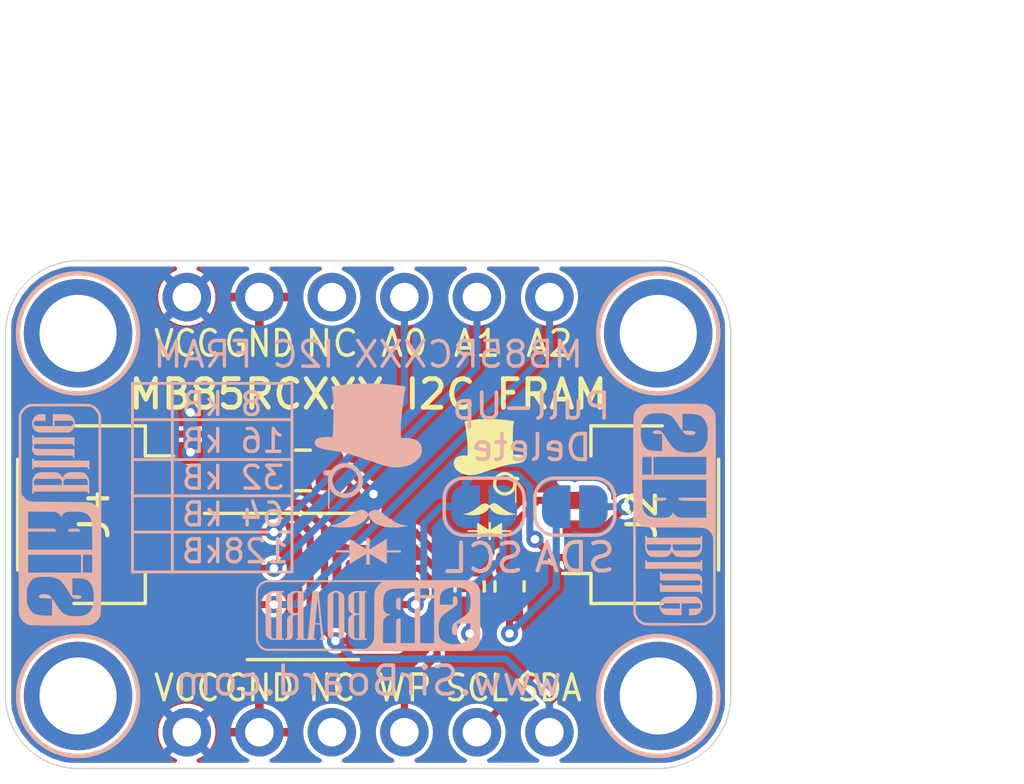
<source format=kicad_pcb>
(kicad_pcb (version 20171130) (host pcbnew "(5.1.2)-2")
  (title_block (title "MB85RCXXX Based FRAM Module") (date 2020-02-10) (rev 2) (company SirBoard) (comment 1 www.SirBoard.com) (comment 2 "I2C Protocol FRAM Memory Breakout Boards Based on the SirBlue Form Factor") (comment 3 "MB85RC64, MB85RC128, MB85RC256, MB85RC512, MB85RC1M - SirBlue"))
  (layers (0 F.Cu signal) (31 B.Cu signal) (34 B.Paste user hide) (35 F.Paste user hide) (36 B.SilkS user) (37 F.SilkS user) (38 B.Mask user hide) (39 F.Mask user hide) (44 Edge.Cuts user))
  (net 0 "")
  (net 1 GND)
  (net 2 VCC)
  (net 3 "Net-(JP2-Pad2)")
  (net 4 SCL)
  (net 5 "Net-(JP3-Pad2)")
  (net 6 SDA)
  (net 7 A0)
  (net 8 A1)
  (net 9 A2)
  (net 10 WP)
  (net 11 "Net-(J1-Pad3)")
  (net 12 "Net-(J3-Pad3)")
  (module logo:logo42x59 (layer F.Cu) (at 69.5325 34.7345)
    (fp_text reference G*** hide)
    (fp_text value LOGO hide)
  )
  (module Jumper:SolderJumper-2_P1.3mm_Open_RoundedPad1.0x1.5mm (layer B.Cu) (at 72.517 35.687 180)
    (fp_text reference SDA (at 0 -1.778) (layer B.SilkS) (effects (font (thickness 0.14)) (justify mirror)))
    (fp_text value SolderJumper_2_Open)
    (pad 1 smd custom (at -0.65 0 180) (size 1 0.5) (layers B.Cu B.Mask) (net 6 SDA) (options (clearance outline) (anchor rect)) (primitives (gr_circle (center 0 -0.25) (end 0.5 -0.25) (width 0)) (gr_circle (center 0 0.25) (end 0.5 0.25) (width 0)) (gr_poly (pts (xy 0 0.75) (xy 0.5 0.75) (xy 0.5 -0.75) (xy 0 -0.75)) (width 0))))
    (pad 2 smd custom (at 0.65 0 180) (size 1 0.5) (layers B.Cu B.Mask) (net 5 "Net-(JP3-Pad2)") (options (clearance outline) (anchor rect)) (primitives (gr_circle (center 0 -0.25) (end 0.5 -0.25) (width 0)) (gr_circle (center 0 0.25) (end 0.5 0.25) (width 0)) (gr_poly (pts (xy 0 0.75) (xy -0.5 0.75) (xy -0.5 -0.75) (xy 0 -0.75)) (width 0))))
  )
  (module Jumper:SolderJumper-2_P1.3mm_Open_RoundedPad1.0x1.5mm (layer B.Cu) (at 69.342 35.687)
    (fp_text reference SCL (at 0 1.8) (layer B.SilkS) (effects (font (thickness 0.14)) (justify mirror)))
    (fp_text value SolderJumper_2_Open)
    (pad 1 smd custom (at -0.65 0) (size 1 0.5) (layers B.Cu B.Mask) (net 4 SCL) (options (clearance outline) (anchor rect)) (primitives (gr_circle (center 0 -0.25) (end 0.5 -0.25) (width 0)) (gr_circle (center 0 0.25) (end 0.5 0.25) (width 0)) (gr_poly (pts (xy 0 0.75) (xy 0.5 0.75) (xy 0.5 -0.75) (xy 0 -0.75)) (width 0))))
    (pad 2 smd custom (at 0.65 0) (size 1 0.5) (layers B.Cu B.Mask) (net 3 "Net-(JP2-Pad2)") (options (clearance outline) (anchor rect)) (primitives (gr_circle (center 0 -0.25) (end 0.5 -0.25) (width 0)) (gr_circle (center 0 0.25) (end 0.5 0.25) (width 0)) (gr_poly (pts (xy 0 0.75) (xy -0.5 0.75) (xy -0.5 -0.75) (xy 0 -0.75)) (width 0))))
  )
  (module Package_SO:SOIC-8_3.9x4.9mm_P1.27mm (layer F.Cu) (at 62.992 38.481)
    (fp_text reference U1 hide)
    (fp_text value MB85RCXXX)
    (pad 8 smd roundrect (at 2.475 -1.905) (size 1.95 0.6) (layers F.Cu F.Paste F.Mask) (net 2 VCC))
    (pad 7 smd roundrect (at 2.475 -0.635) (size 1.95 0.6) (layers F.Cu F.Paste F.Mask) (net 10 WP))
    (pad 6 smd roundrect (at 2.475 0.635) (size 1.95 0.6) (layers F.Cu F.Paste F.Mask) (net 4 SCL))
    (pad 5 smd roundrect (at 2.475 1.905) (size 1.95 0.6) (layers F.Cu F.Paste F.Mask) (net 6 SDA))
    (pad 4 smd roundrect (at -2.475 1.905) (size 1.95 0.6) (layers F.Cu F.Paste F.Mask) (net 1 GND))
    (pad 3 smd roundrect (at -2.475 0.635) (size 1.95 0.6) (layers F.Cu F.Paste F.Mask) (net 9 A2))
    (pad 2 smd roundrect (at -2.475 -0.635) (size 1.95 0.6) (layers F.Cu F.Paste F.Mask) (net 8 A1))
    (pad 1 smd roundrect (at -2.475 -1.905) (size 1.95 0.6) (layers F.Cu F.Paste F.Mask) (net 7 A0))
  )
  (module Capacitor_SMD:C_0805_2012Metric (layer F.Cu) (at 62.992 34.417 180)
    (fp_text reference C1 hide)
    (fp_text value 10uF)
    (pad 2 smd roundrect (at 0.9375 0 180) (size 0.975 1.4) (layers F.Cu F.Paste F.Mask) (net 1 GND))
    (pad 1 smd roundrect (at -0.9375 0 180) (size 0.975 1.4) (layers F.Cu F.Paste F.Mask) (net 2 VCC))
  )
  (module Resistor_SMD:R_0603_1608Metric (layer F.Cu) (at 70.231 38.481 270)
    (fp_text reference R2 hide)
    (fp_text value 10K)
    (pad 2 smd roundrect (at 0.7875 0 270) (size 0.875 0.95) (layers F.Cu F.Paste F.Mask) (net 5 "Net-(JP3-Pad2)"))
    (pad 1 smd roundrect (at -0.7875 0 270) (size 0.875 0.95) (layers F.Cu F.Paste F.Mask) (net 2 VCC))
  )
  (module Resistor_SMD:R_0603_1608Metric (layer F.Cu) (at 68.834 38.481 270)
    (fp_text reference R1 hide)
    (fp_text value 10K)
    (pad 2 smd roundrect (at 0.7875 0 270) (size 0.875 0.95) (layers F.Cu F.Paste F.Mask) (net 3 "Net-(JP2-Pad2)"))
    (pad 1 smd roundrect (at -0.7875 0 270) (size 0.875 0.95) (layers F.Cu F.Paste F.Mask) (net 2 VCC))
  )
  (module logo:SirBoard79x25 (layer B.Cu) (at 65.278 39.497 180)
    (fp_text reference G*** hide)
    (fp_text value LOGO hide)
  )
  (module logo:logo63x89 (layer B.Cu) (at 65.278 34.544 180)
    (fp_text reference G*** hide)
    (fp_text value LOGO hide)
  )
  (module logo:SirBlue78x29 (layer B.Cu) (at 76.0095 35.9664 270)
    (fp_text reference G*** hide)
    (fp_text value LOGO hide)
  )
  (module logo:SirBlue78x29 (layer B.Cu) (at 54.483 35.9664 90)
    (fp_text reference G*** hide)
    (fp_text value LOGO hide)
  )
  (module Connector_PinHeader_2.54mm:PinHeader_1x06_P2.54mm_Vertical (layer B.Cu) (at 58.928 28.3464 270)
    (fp_text reference J3 hide)
    (fp_text value Conn_01x06)
    (pad 6 thru_hole oval (at 0 -12.7 270) (size 1.7 1.7) (drill 1) (layers *.Cu *.Mask) (net 9 A2))
    (pad 5 thru_hole oval (at 0 -10.16 270) (size 1.7 1.7) (drill 1) (layers *.Cu *.Mask) (net 8 A1))
    (pad 4 thru_hole oval (at 0 -7.62 270) (size 1.7 1.7) (drill 1) (layers *.Cu *.Mask) (net 7 A0))
    (pad 3 thru_hole oval (at 0 -5.08 270) (size 1.7 1.7) (drill 1) (layers *.Cu *.Mask) (net 12 "Net-(J3-Pad3)"))
    (pad 2 thru_hole oval (at 0 -2.54 270) (size 1.7 1.7) (drill 1) (layers *.Cu *.Mask) (net 1 GND))
    (pad 1 thru_hole circle (at 0 0 270) (size 1.7 1.7) (drill 1) (layers *.Cu *.Mask) (net 2 VCC))
  )
  (module Connector_PinHeader_2.54mm:PinHeader_1x06_P2.54mm_Vertical (layer B.Cu) (at 58.928 43.5864 270)
    (fp_text reference J1 hide)
    (fp_text value Conn_01x06)
    (pad 6 thru_hole oval (at 0 -12.7 270) (size 1.7 1.7) (drill 1) (layers *.Cu *.Mask) (net 6 SDA))
    (pad 5 thru_hole oval (at 0 -10.16 270) (size 1.7 1.7) (drill 1) (layers *.Cu *.Mask) (net 4 SCL))
    (pad 4 thru_hole oval (at 0 -7.62 270) (size 1.7 1.7) (drill 1) (layers *.Cu *.Mask) (net 10 WP))
    (pad 3 thru_hole oval (at 0 -5.08 270) (size 1.7 1.7) (drill 1) (layers *.Cu *.Mask) (net 11 "Net-(J1-Pad3)"))
    (pad 2 thru_hole oval (at 0 -2.54 270) (size 1.7 1.7) (drill 1) (layers *.Cu *.Mask) (net 1 GND))
    (pad 1 thru_hole circle (at 0 0 270) (size 1.7 1.7) (drill 1) (layers *.Cu *.Mask) (net 2 VCC))
  )
  (module Connector_JST:JST_SH_SM04B-SRSS-TB_1x04-1MP_P1.00mm_Horizontal (layer F.Cu) (at 55.6895 35.9664 270)
    (fp_text reference J4 (at 0 0 270) (layer F.SilkS))
    (fp_text value Conn_01x04)
    (pad MP smd roundrect (at 2.8 1.875 270) (size 1.2 1.8) (layers F.Cu F.Paste F.Mask) (roundrect_rratio 0.208333))
    (pad MP smd roundrect (at -2.8 1.875 270) (size 1.2 1.8) (layers F.Cu F.Paste F.Mask) (roundrect_rratio 0.208333))
    (pad 4 smd roundrect (at 1.5 -2 270) (size 0.6 1.55) (layers F.Cu F.Paste F.Mask) (net 1 GND))
    (pad 3 smd roundrect (at 0.5 -2 270) (size 0.6 1.55) (layers F.Cu F.Paste F.Mask) (net 2 VCC))
    (pad 2 smd roundrect (at -0.5 -2 270) (size 0.6 1.55) (layers F.Cu F.Paste F.Mask) (net 6 SDA))
    (pad 1 smd roundrect (at -1.5 -2 270) (size 0.6 1.55) (layers F.Cu F.Paste F.Mask) (net 4 SCL))
  )
  (module Connector_JST:JST_SH_SM04B-SRSS-TB_1x04-1MP_P1.00mm_Horizontal (layer F.Cu) (at 74.8665 35.9664 90)
    (fp_text reference J2 (at 0 0 90) (layer F.SilkS))
    (fp_text value Conn_01x04)
    (pad MP smd roundrect (at 2.8 1.875 90) (size 1.2 1.8) (layers F.Cu F.Paste F.Mask) (roundrect_rratio 0.208333))
    (pad MP smd roundrect (at -2.8 1.875 90) (size 1.2 1.8) (layers F.Cu F.Paste F.Mask) (roundrect_rratio 0.208333))
    (pad 4 smd roundrect (at 1.5 -2 90) (size 0.6 1.55) (layers F.Cu F.Paste F.Mask) (net 1 GND))
    (pad 3 smd roundrect (at 0.5 -2 90) (size 0.6 1.55) (layers F.Cu F.Paste F.Mask) (net 2 VCC))
    (pad 2 smd roundrect (at -0.5 -2 90) (size 0.6 1.55) (layers F.Cu F.Paste F.Mask) (net 6 SDA))
    (pad 1 smd roundrect (at -1.5 -2 90) (size 0.6 1.55) (layers F.Cu F.Paste F.Mask) (net 4 SCL))
  )
  (module SirBoardLibrary:MountingHole_M2.5_SirBoard (layer F.Cu) (at 55.118 42.3164 270)
    (fp_text reference H1 hide)
    (fp_text value MountingHole)
    (pad 1 thru_hole circle (at 0 0 270) (size 3.8 3.8) (drill 2.7) (layers *.Cu *.Mask))
  )
  (module SirBoardLibrary:MountingHole_M2.5_SirBoard (layer F.Cu) (at 55.118 29.6164 270)
    (fp_text reference H2 hide)
    (fp_text value MountingHole)
    (pad 1 thru_hole circle (at 0 0 270) (size 3.8 3.8) (drill 2.7) (layers *.Cu *.Mask))
  )
  (module SirBoardLibrary:MountingHole_M2.5_SirBoard (layer F.Cu) (at 75.438 42.3164 90)
    (fp_text reference H3 hide)
    (fp_text value MountingHole)
    (pad 1 thru_hole circle (at 0 0 90) (size 3.8 3.8) (drill 2.7) (layers *.Cu *.Mask))
  )
  (module SirBoardLibrary:MountingHole_M2.5_SirBoard (layer F.Cu) (at 75.438 29.6164 90)
    (fp_text reference H4 hide)
    (fp_text value MountingHole)
    (pad 1 thru_hole circle (at 0 0 90) (size 3.8 3.8) (drill 2.7) (layers *.Cu *.Mask))
  )
  (gr_text "MB85RCXXX I2C FRAM" (at 65.278 31.75) (layer F.SilkS) (effects (font (size 1 1) (thickness 0.17))))
  (gr_line (start 58.42 37.973) (end 58.42 31.369) (layer B.SilkS) (width 0.1))
  (gr_line (start 62.611 36.576) (end 57.023 36.576) (layer B.SilkS) (width 0.1))
  (gr_line (start 57.023 35.306) (end 62.611 35.306) (layer B.SilkS) (width 0.1))
  (gr_line (start 62.611 34.036) (end 57.023 34.036) (layer B.SilkS) (width 0.1))
  (gr_line (start 62.611 32.639) (end 57.023 32.639) (layer B.SilkS) (width 0.1))
  (gr_line (start 57.023 31.369) (end 62.611 31.369) (layer B.SilkS) (width 0.1))
  (gr_line (start 57.023 37.973) (end 57.023 31.369) (layer B.SilkS) (width 0.1))
  (gr_line (start 62.611 37.973) (end 57.023 37.973) (layer B.SilkS) (width 0.1))
  (gr_line (start 62.611 31.369) (end 62.611 37.973) (layer B.SilkS) (width 0.1))
  (gr_text "8 kB\n16 kB\n32 kB\n64 kB\n128kB" (at 58.674 34.671) (layer B.SilkS) (effects (font (size 0.8 0.8) (thickness 0.12)) (justify right mirror)))
  (gr_text NC (at 64.008 42.037) (layer F.SilkS) (effects (font (size 0.9 0.8) (thickness 0.12))))
  (gr_text "Pull-Up\nDelete" (at 70.993 32.893) (layer B.SilkS) (effects (font (size 0.9 0.9) (thickness 0.13)) (justify mirror)))
  (gr_text NC (at 64.008 29.972) (layer F.SilkS) (effects (font (size 0.9 0.9) (thickness 0.12))))
  (gr_text A0 (at 66.548 29.972) (layer F.SilkS) (effects (font (size 0.9 0.9) (thickness 0.12))))
  (gr_text VCC (at 58.928 29.972) (layer F.SilkS) (effects (font (size 0.9 0.8) (thickness 0.12))))
  (gr_text GND (at 61.468 29.972) (layer F.SilkS) (effects (font (size 0.9 0.8) (thickness 0.12))))
  (gr_text A2 (at 71.628 29.972) (layer F.SilkS) (effects (font (size 0.9 0.9) (thickness 0.12))))
  (gr_text A1 (at 69.088 29.972) (layer F.SilkS) (effects (font (size 0.9 0.9) (thickness 0.12))))
  (gr_text VCC (at 58.928 42.037) (layer F.SilkS) (effects (font (size 0.9 0.8) (thickness 0.12))))
  (gr_text GND (at 61.468 42.037) (layer F.SilkS) (effects (font (size 0.9 0.8) (thickness 0.12))))
  (gr_text WP (at 66.548 42.037) (layer F.SilkS) (effects (font (size 0.9 0.9) (thickness 0.12))))
  (gr_text SCL (at 69.088 42.037) (layer F.SilkS) (effects (font (size 0.9 0.8) (thickness 0.12))))
  (gr_text SDA (at 71.628 42.037) (layer F.SilkS) (effects (font (size 0.9 0.8) (thickness 0.12))))
  (gr_arc (start 55.118 29.6164) (end 55.118 27.0764) (angle -90) (layer Edge.Cuts) (width 0.05))
  (gr_arc (start 75.438 29.6164) (end 77.978 29.6164) (angle -90) (layer Edge.Cuts) (width 0.05))
  (gr_arc (start 75.438 42.3164) (end 75.438 44.8564) (angle -90) (layer Edge.Cuts) (width 0.05))
  (gr_arc (start 55.118 42.3164) (end 52.578 42.3164) (angle -90) (layer Edge.Cuts) (width 0.05))
  (gr_line (start 52.578 42.3164) (end 52.578 29.6164) (layer Edge.Cuts) (width 0.05))
  (gr_line (start 55.118 27.0764) (end 75.438 27.0764) (layer Edge.Cuts) (width 0.05))
  (gr_line (start 77.978 29.6164) (end 77.978 42.3164) (layer Edge.Cuts) (width 0.05))
  (gr_line (start 75.438 44.8564) (end 55.118 44.8564) (layer Edge.Cuts) (width 0.05))
  (gr_text "MB85RCXXX I2C FRAM" (at 65.278 30.353) (layer B.SilkS) (effects (font (size 0.9 0.9) (thickness 0.12)) (justify mirror)))
  (gr_text www.SirBoard.com (at 65.278 41.783) (layer B.SilkS) (effects (font (size 1 1) (thickness 0.13)) (justify mirror)))
  (via (at 59.055 33.782) (size 0.6) (drill 0.3) (layers F.Cu B.Cu) (net 1))
  (via (at 59.055 32.385) (size 0.6) (drill 0.3) (layers F.Cu B.Cu) (net 1))
  (segment (start 59.055 32.385) (end 59.055 33.782) (width 0.5) (layer B.Cu) (net 1))
  (segment (start 65.467 36.576) (end 65.467 35.244) (width 0.25) (layer F.Cu) (net 2))
  (via (at 65.467 35.244) (size 0.6) (drill 0.3) (layers F.Cu B.Cu) (net 2))
  (segment (start 70.231 37.6935) (end 68.834 37.6935) (width 0.25) (layer F.Cu) (net 2))
  (segment (start 68.0465 37.6935) (end 68.834 37.6935) (width 0.25) (layer F.Cu) (net 2))
  (segment (start 65.467 36.576) (end 66.929 36.576) (width 0.25) (layer F.Cu) (net 2))
  (segment (start 66.929 36.576) (end 68.0465 37.6935) (width 0.25) (layer F.Cu) (net 2))
  (segment (start 71.9915 35.4664) (end 72.8665 35.4664) (width 0.25) (layer F.Cu) (net 2))
  (segment (start 71.2136 35.4664) (end 71.9915 35.4664) (width 0.25) (layer F.Cu) (net 2))
  (segment (start 70.231 37.6935) (end 70.231 36.449) (width 0.25) (layer F.Cu) (net 2))
  (segment (start 70.231 36.449) (end 71.2136 35.4664) (width 0.25) (layer F.Cu) (net 2))
  (segment (start 64.643 34.417) (end 63.9295 34.417) (width 0.25) (layer F.Cu) (net 2))
  (segment (start 65.467 35.244) (end 65.467 35.241) (width 0.25) (layer F.Cu) (net 2))
  (segment (start 65.467 35.241) (end 64.643 34.417) (width 0.25) (layer F.Cu) (net 2))
  (segment (start 63.9295 33.5765) (end 63.9295 34.417) (width 0.25) (layer F.Cu) (net 2))
  (segment (start 56.8145 36.4664) (end 56.388 36.0399) (width 0.25) (layer F.Cu) (net 2))
  (segment (start 57.6895 36.4664) (end 56.8145 36.4664) (width 0.25) (layer F.Cu) (net 2))
  (segment (start 56.388 36.0399) (end 56.388 34.036) (width 0.25) (layer F.Cu) (net 2))
  (segment (start 56.388 34.036) (end 57.277 33.147) (width 0.25) (layer F.Cu) (net 2))
  (segment (start 57.277 33.147) (end 63.5 33.147) (width 0.25) (layer F.Cu) (net 2))
  (segment (start 63.5 33.147) (end 63.9295 33.5765) (width 0.25) (layer F.Cu) (net 2))
  (via (at 68.834 40.132) (size 0.6) (drill 0.3) (layers F.Cu B.Cu) (net 3))
  (segment (start 68.834 39.2685) (end 68.834 40.132) (width 0.25) (layer F.Cu) (net 3))
  (segment (start 68.834 40.132) (end 68.834 38.608) (width 0.25) (layer B.Cu) (net 3))
  (segment (start 69.992 37.45) (end 69.992 35.687) (width 0.25) (layer B.Cu) (net 3))
  (segment (start 68.834 38.608) (end 69.992 37.45) (width 0.25) (layer B.Cu) (net 3))
  (segment (start 72.8665 39.7825) (end 72.8665 37.4664) (width 0.25) (layer F.Cu) (net 4))
  (segment (start 69.088 43.5864) (end 69.088 43.561) (width 0.25) (layer F.Cu) (net 4))
  (segment (start 69.088 43.561) (end 72.8665 39.7825) (width 0.25) (layer F.Cu) (net 4))
  (via (at 71.12 36.83) (size 0.6) (drill 0.3) (layers F.Cu B.Cu) (net 4))
  (segment (start 72.8665 37.4664) (end 71.7564 37.4664) (width 0.25) (layer F.Cu) (net 4))
  (segment (start 71.7564 37.4664) (end 71.12 36.83) (width 0.25) (layer F.Cu) (net 4))
  (segment (start 68.692 34.839408) (end 68.692 35.687) (width 0.25) (layer B.Cu) (net 4))
  (segment (start 68.962008 34.5694) (end 68.692 34.839408) (width 0.25) (layer B.Cu) (net 4))
  (segment (start 70.5104 34.5694) (end 68.962008 34.5694) (width 0.25) (layer B.Cu) (net 4))
  (segment (start 70.9422 35.0012) (end 70.5104 34.5694) (width 0.25) (layer B.Cu) (net 4))
  (segment (start 71.12 36.83) (end 70.9422 36.6522) (width 0.25) (layer B.Cu) (net 4))
  (segment (start 70.9422 36.6522) (end 70.9422 35.0012) (width 0.25) (layer B.Cu) (net 4))
  (via (at 66.929 39.116) (size 0.6) (drill 0.3) (layers F.Cu B.Cu) (net 4))
  (segment (start 65.467 39.116) (end 66.929 39.116) (width 0.25) (layer F.Cu) (net 4))
  (segment (start 67.228999 38.816001) (end 66.929 39.116) (width 0.25) (layer B.Cu) (net 4))
  (segment (start 67.228999 36.276001) (end 67.228999 38.816001) (width 0.25) (layer B.Cu) (net 4))
  (segment (start 68.692 35.687) (end 67.818 35.687) (width 0.25) (layer B.Cu) (net 4))
  (segment (start 67.818 35.687) (end 67.228999 36.276001) (width 0.25) (layer B.Cu) (net 4))
  (segment (start 59.055 34.4664) (end 57.6895 34.4664) (width 0.25) (layer F.Cu) (net 4))
  (segment (start 60.1204 34.4664) (end 59.055 34.4664) (width 0.25) (layer F.Cu) (net 4))
  (segment (start 64.392 39.116) (end 63.754 38.478) (width 0.25) (layer F.Cu) (net 4))
  (segment (start 65.467 39.116) (end 64.392 39.116) (width 0.25) (layer F.Cu) (net 4))
  (segment (start 63.754 38.478) (end 63.754 36.449) (width 0.25) (layer F.Cu) (net 4))
  (segment (start 63.754 36.449) (end 62.865 35.56) (width 0.25) (layer F.Cu) (net 4))
  (segment (start 62.865 35.56) (end 61.214 35.56) (width 0.25) (layer F.Cu) (net 4))
  (segment (start 61.214 35.56) (end 60.1204 34.4664) (width 0.25) (layer F.Cu) (net 4))
  (via (at 70.231 40.132) (size 0.6) (drill 0.3) (layers F.Cu B.Cu) (net 5))
  (segment (start 70.231 39.2685) (end 70.231 40.132) (width 0.25) (layer F.Cu) (net 5))
  (segment (start 71.867 38.496) (end 71.867 35.687) (width 0.25) (layer B.Cu) (net 5))
  (segment (start 70.231 40.132) (end 71.867 38.496) (width 0.25) (layer B.Cu) (net 5))
  (via (at 74.295 35.687) (size 0.6) (drill 0.3) (layers F.Cu B.Cu) (net 6))
  (segment (start 72.8665 36.4664) (end 73.5156 36.4664) (width 0.25) (layer F.Cu) (net 6))
  (segment (start 73.5156 36.4664) (end 74.295 35.687) (width 0.25) (layer F.Cu) (net 6))
  (segment (start 74.295 35.687) (end 73.167 35.687) (width 0.25) (layer B.Cu) (net 6))
  (segment (start 73.7415 36.4664) (end 72.8665 36.4664) (width 0.25) (layer F.Cu) (net 6))
  (segment (start 74.168 36.8929) (end 73.7415 36.4664) (width 0.25) (layer F.Cu) (net 6))
  (segment (start 74.168 40.005) (end 74.168 36.8929) (width 0.25) (layer F.Cu) (net 6))
  (segment (start 71.628 43.5864) (end 71.628 42.545) (width 0.25) (layer F.Cu) (net 6))
  (segment (start 71.628 42.545) (end 74.168 40.005) (width 0.25) (layer F.Cu) (net 6))
  (segment (start 64.135 40.386) (end 64.135 40.386) (width 0.25) (layer F.Cu) (net 6))
  (segment (start 57.6895 35.4664) (end 60.4854 35.4664) (width 0.25) (layer F.Cu) (net 6))
  (segment (start 60.96 35.941) (end 62.611 35.941) (width 0.25) (layer F.Cu) (net 6))
  (segment (start 62.611 35.941) (end 63.246 36.576) (width 0.25) (layer F.Cu) (net 6))
  (segment (start 63.246 36.576) (end 63.246 39.497) (width 0.25) (layer F.Cu) (net 6))
  (segment (start 60.4854 35.4664) (end 60.96 35.941) (width 0.25) (layer F.Cu) (net 6))
  (segment (start 63.246 39.497) (end 64.135 40.386) (width 0.25) (layer F.Cu) (net 6))
  (segment (start 64.135 40.386) (end 65.467 40.386) (width 0.25) (layer F.Cu) (net 6))
  (via (at 64.135 40.386) (size 0.6) (drill 0.3) (layers F.Cu B.Cu) (net 6))
  (segment (start 71.628 42.545) (end 71.628 43.5864) (width 0.25) (layer B.Cu) (net 6))
  (segment (start 70.104 41.021) (end 71.628 42.545) (width 0.25) (layer B.Cu) (net 6))
  (segment (start 64.135 40.386) (end 64.77 41.021) (width 0.25) (layer B.Cu) (net 6))
  (segment (start 64.77 41.021) (end 70.104 41.021) (width 0.25) (layer B.Cu) (net 6))
  (segment (start 60.517 36.576) (end 61.976 36.576) (width 0.25) (layer F.Cu) (net 7))
  (via (at 61.976 36.576) (size 0.6) (drill 0.3) (layers F.Cu B.Cu) (net 7))
  (segment (start 66.548 32.004) (end 66.548 28.3464) (width 0.25) (layer B.Cu) (net 7))
  (segment (start 61.976 36.576) (end 66.548 32.004) (width 0.25) (layer B.Cu) (net 7))
  (segment (start 60.517 37.846) (end 61.976 37.846) (width 0.25) (layer F.Cu) (net 8))
  (via (at 61.976 37.846) (size 0.6) (drill 0.3) (layers F.Cu B.Cu) (net 8))
  (segment (start 69.088 30.7975) (end 69.088 28.3464) (width 0.25) (layer B.Cu) (net 8))
  (segment (start 61.976 37.846) (end 62.0395 37.846) (width 0.25) (layer B.Cu) (net 8))
  (segment (start 62.0395 37.846) (end 69.088 30.7975) (width 0.25) (layer B.Cu) (net 8))
  (via (at 61.976 39.116) (size 0.6) (drill 0.3) (layers F.Cu B.Cu) (net 9))
  (segment (start 60.517 39.116) (end 61.976 39.116) (width 0.25) (layer F.Cu) (net 9))
  (segment (start 61.976 38.989) (end 62.103 38.989) (width 0.25) (layer B.Cu) (net 9))
  (segment (start 61.976 39.116) (end 62.738 39.116) (width 0.25) (layer B.Cu) (net 9))
  (segment (start 71.628 30.226) (end 71.628 28.3464) (width 0.25) (layer B.Cu) (net 9))
  (segment (start 62.738 39.116) (end 71.628 30.226) (width 0.25) (layer B.Cu) (net 9))
  (segment (start 65.467 37.846) (end 67.056 37.846) (width 0.25) (layer F.Cu) (net 10))
  (segment (start 67.056 37.846) (end 67.691 38.481) (width 0.25) (layer F.Cu) (net 10))
  (segment (start 67.691 38.481) (end 67.691 40.894) (width 0.25) (layer F.Cu) (net 10))
  (segment (start 67.691 40.894) (end 66.548 42.037) (width 0.25) (layer F.Cu) (net 10))
  (segment (start 66.548 42.037) (end 66.548 43.5864) (width 0.25) (layer F.Cu) (net 10))
  (zone (net 2) (net_name VCC) (layer B.Cu) (connect_pads (clearance 0.15)) (min_thickness 0.15) (fill yes (arc_segments 32) (thermal_gap 0.2) (thermal_bridge_width 0.3))
    (polygon (pts (xy 52.7812 27.2796) (xy 77.7748 27.2796) (xy 77.7748 44.6532) (xy 52.7812 44.6532)))
  )
  (zone (net 1) (net_name GND) (layer F.Cu) (connect_pads (clearance 0.15)) (min_thickness 0.15) (fill yes (arc_segments 32) (thermal_gap 0.2) (thermal_bridge_width 0.3))
    (polygon (pts (xy 52.7812 27.2796) (xy 77.7748 27.2796) (xy 77.7748 44.6532) (xy 52.7812 44.6532)))
  )
)
</source>
